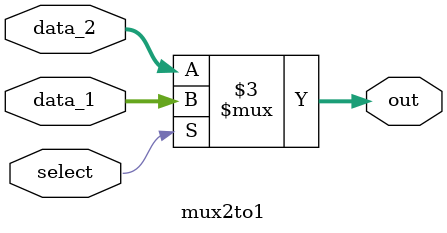
<source format=v>
module mux2to1(data_1, data_2, out, select);
	input wire [31:0] data_1, data_2;
	input wire select;
	output reg [31:0]out;
	
	always@(*)begin
		if (select)
			out <= data_1;
		else
			out <= data_2;
	end
endmodule
	
</source>
